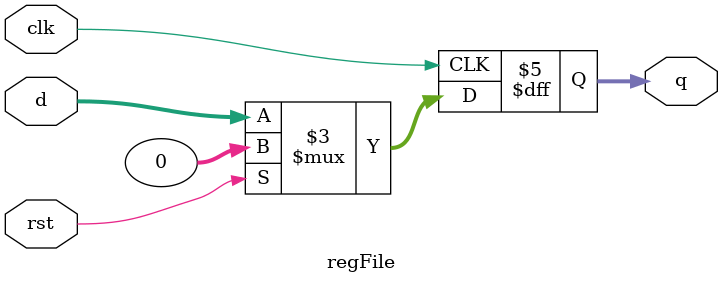
<source format=sv>
module regFile (
    input  logic clk,
    input  logic rst,
    input  logic [31:0] d,
    output logic [31:0] q
);

    always_ff @(posedge clk) begin
        if (rst)
            q <= 0;
        else
            q  <= d;
    end

endmodule
</source>
